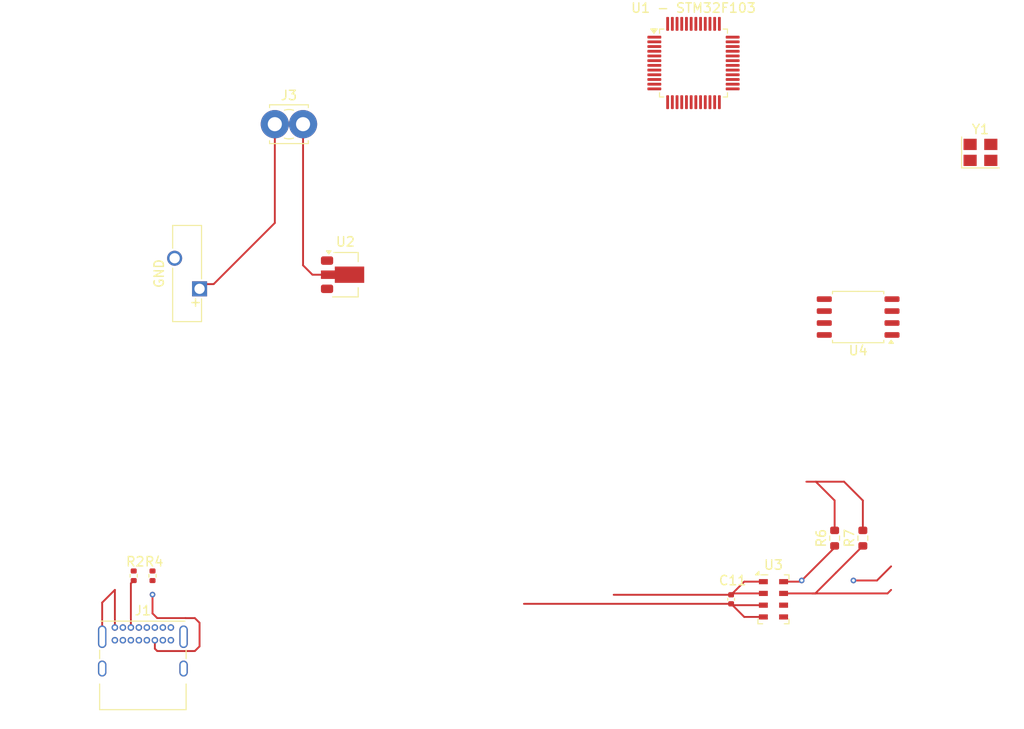
<source format=kicad_pcb>
(kicad_pcb (version 20240108) (generator "pcbnew") (generator_version "8.0")
  (layers (0 "F.Cu" signal) (31 "B.Cu" signal) (34 "B.Paste" user) (35 "F.Paste" user) (36 "B.SilkS" user "B.Silkscreen") (37 "F.SilkS" user "F.Silkscreen") (38 "B.Mask" user) (39 "F.Mask" user) (44 "Edge.Cuts" user))
  (net 0 "")
  (footprint "Package_TO_SOT_SMD:SOT-89-3" (layer "F.Cu") (at 97.5 111)
    (property "Reference" "U2" (at 0 -3.5 0) (layer "F.SilkS"))
    (property "Value" "SOT-89-3")
    (fp_line (start -1.22 -2.36) (end 1.36 -2.36) (stroke (width 0.12)) (layer "F.SilkS"))
    (fp_line (start 1.36 -1.38) (end 1.36 -2.36) (stroke (width 0.12)) (layer "F.SilkS"))
    (fp_line (start 1.36 1.38) (end 1.36 2.36) (stroke (width 0.12)) (layer "F.SilkS"))
    (fp_line (start 1.36 2.36) (end -1.36 2.36) (stroke (width 0.12)) (layer "F.SilkS"))
    (fp_poly (pts (xy -1.77 -2.21) (xy -2.01 -2.54) (xy -1.53 -2.54) (xy -1.77 -2.21)) (stroke (width 0.12)) (fill solid) (layer "F.SilkS"))
    (pad "1" smd roundrect (at -1.95 -1.5) (size 1.3 0.9) (layers "F.Cu" "F.Paste" "F.Mask"))
    (pad "2" smd custom (at -1.8625 0) (size 1.475 0.9) (layers "F.Cu" "F.Paste" "F.Mask") (options (clearance outline) (anchor rect)) (primitives (gr_poly (pts (xy 3.8625 0.8665) (xy 0.7375 0.8665) (xy 0.7375 -0.8665) (xy 3.8625 -0.8665)) (width 0) (fill yes))))
    (pad "3" smd roundrect (at -1.95 1.5) (size 1.3 0.9) (layers "F.Cu" "F.Paste" "F.Mask"))
  )
  (footprint "Battery:Battery_Panasonic_CR1025-VSK_Vertical_CircularHoles" (layer "F.Cu") (at 82 112.5 90)
    (property "Reference" "GND" (at 1.625 -4.3 90) (layer "F.SilkS"))
    (property "Value" "Battery_Panasonic_CR1025-VSK_Vertical_CircularHoles")
    (fp_line (start 4.31 -2.86) (end 6.735 -2.86) (stroke (width 0.12)) (layer "F.SilkS"))
    (fp_line (start -3.485 -2.86) (end 2.19 -2.86) (stroke (width 0.12)) (layer "F.SilkS"))
    (fp_line (start 6.735 0.21) (end 6.735 -2.86) (stroke (width 0.12)) (layer "F.SilkS"))
    (fp_line (start 1.06 0.21) (end 6.735 0.21) (stroke (width 0.12)) (layer "F.SilkS"))
    (fp_line (start -3.485 0.21) (end -3.485 -2.86) (stroke (width 0.12)) (layer "F.SilkS"))
    (fp_line (start -3.485 0.21) (end -1.06 0.21) (stroke (width 0.12)) (layer "F.SilkS"))
    (fp_text user "+" (at -1.46 -0.5 90) (layer "F.SilkS"))
    (pad "1" thru_hole rect (at 0 0 90) (size 1.6 1.6) (drill 1.09) (layers "*.Cu" "*.Mask"))
    (pad "2" thru_hole circle (at 3.25 -2.65 90) (size 1.6 1.6) (drill 1.09) (layers "*.Cu" "*.Mask"))
  )
  (footprint "Capacitor_SMD:C_0402_1005Metric" (layer "F.Cu") (at 138.5 145.5 -90)
    (property "Reference" "C11" (at -2 -0.16 180) (layer "F.SilkS"))
    (property "Value" "C_0402")
    (fp_line (start -0.107836 0.36) (end 0.107836 0.36) (stroke (width 0.12)) (layer "F.SilkS"))
    (fp_line (start -0.107836 -0.36) (end 0.107836 -0.36) (stroke (width 0.12)) (layer "F.SilkS"))
    (pad "1" smd roundrect (at -0.48 0 270) (size 0.56 0.62) (layers "F.Cu" "F.Paste" "F.Mask"))
    (pad "2" smd roundrect (at 0.48 0 270) (size 0.56 0.62) (layers "F.Cu" "F.Paste" "F.Mask"))
  )
  (footprint "Connector_USB:USB_C_Receptacle_GCT_USB4085" (layer "F.Cu") (at 73 148.5)
    (property "Reference" "J1" (at 2.975 -1.8 0) (layer "F.SilkS"))
    (property "Value" "USB_C_Receptacle_GCT_USB4085")
    (fp_line (start -1.62 2.4) (end -1.62 3.3) (stroke (width 0.12)) (layer "F.SilkS"))
    (fp_line (start -1.62 6) (end -1.62 8.73) (stroke (width 0.12)) (layer "F.SilkS"))
    (fp_line (start -1.62 8.73) (end 7.57 8.73) (stroke (width 0.12)) (layer "F.SilkS"))
    (fp_line (start -1.5 -0.68) (end 7.45 -0.68) (stroke (width 0.12)) (layer "F.SilkS"))
    (fp_line (start 7.57 2.4) (end 7.57 3.3) (stroke (width 0.12)) (layer "F.SilkS"))
    (fp_line (start 7.57 6) (end 7.57 8.73) (stroke (width 0.12)) (layer "F.SilkS"))
    (pad "A1" thru_hole circle (at 0 0) (size 0.7 0.7) (drill 0.4) (layers "*.Cu" "*.Mask"))
    (pad "A4" thru_hole circle (at 0.85 0) (size 0.7 0.7) (drill 0.4) (layers "*.Cu" "*.Mask"))
    (pad "A5" thru_hole circle (at 1.7 0) (size 0.7 0.7) (drill 0.4) (layers "*.Cu" "*.Mask"))
    (pad "A6" thru_hole circle (at 2.55 0) (size 0.7 0.7) (drill 0.4) (layers "*.Cu" "*.Mask"))
    (pad "A7" thru_hole circle (at 3.4 0) (size 0.7 0.7) (drill 0.4) (layers "*.Cu" "*.Mask"))
    (pad "A8" thru_hole circle (at 4.25 0) (size 0.7 0.7) (drill 0.4) (layers "*.Cu" "*.Mask"))
    (pad "A9" thru_hole circle (at 5.1 0) (size 0.7 0.7) (drill 0.4) (layers "*.Cu" "*.Mask"))
    (pad "A12" thru_hole circle (at 5.95 0) (size 0.7 0.7) (drill 0.4) (layers "*.Cu" "*.Mask"))
    (pad "B1" thru_hole circle (at 5.95 1.35) (size 0.7 0.7) (drill 0.4) (layers "*.Cu" "*.Mask"))
    (pad "B4" thru_hole circle (at 5.1 1.35) (size 0.7 0.7) (drill 0.4) (layers "*.Cu" "*.Mask"))
    (pad "B5" thru_hole circle (at 4.25 1.35) (size 0.7 0.7) (drill 0.4) (layers "*.Cu" "*.Mask"))
    (pad "B6" thru_hole circle (at 3.4 1.35) (size 0.7 0.7) (drill 0.4) (layers "*.Cu" "*.Mask"))
    (pad "B7" thru_hole circle (at 2.55 1.35) (size 0.7 0.7) (drill 0.4) (layers "*.Cu" "*.Mask"))
    (pad "B8" thru_hole circle (at 1.7 1.35) (size 0.7 0.7) (drill 0.4) (layers "*.Cu" "*.Mask"))
    (pad "B9" thru_hole circle (at 0.85 1.35) (size 0.7 0.7) (drill 0.4) (layers "*.Cu" "*.Mask"))
    (pad "B12" thru_hole circle (at 0 1.35) (size 0.7 0.7) (drill 0.4) (layers "*.Cu" "*.Mask"))
    (pad "S1" thru_hole oval (at -1.35 0.98) (size 0.9 2.4) (drill oval 0.6 2.1) (layers "*.Cu" "*.Mask"))
    (pad "S1" thru_hole oval (at -1.35 4.36) (size 0.9 1.7) (drill oval 0.6 1.4) (layers "*.Cu" "*.Mask"))
    (pad "S1" thru_hole oval (at 7.3 0.98) (size 0.9 2.4) (drill oval 0.6 2.1) (layers "*.Cu" "*.Mask"))
    (pad "S1" thru_hole oval (at 7.3 4.36) (size 0.9 1.7) (drill oval 0.6 1.4) (layers "*.Cu" "*.Mask"))
  )
  (footprint "Resistor_SMD:R_0603_1608Metric" (layer "F.Cu") (at 152.5 139 90)
    (property "Reference" "R7" (at 0 -1.43 90) (layer "F.SilkS"))
    (property "Value" "R_0603")
    (fp_line (start -0.237258 -0.5225) (end 0.237258 -0.5225) (stroke (width 0.12)) (layer "F.SilkS"))
    (fp_line (start -0.237258 0.5225) (end 0.237258 0.5225) (stroke (width 0.12)) (layer "F.SilkS"))
    (pad "1" smd roundrect (at -0.825 0 90) (size 0.8 0.95) (layers "F.Cu" "F.Paste" "F.Mask"))
    (pad "2" smd roundrect (at 0.825 0 90) (size 0.8 0.95) (layers "F.Cu" "F.Paste" "F.Mask"))
  )
  (footprint "Package_QFP:LQFP-48_7x7mm_P0.5mm" (layer "F.Cu") (at 134.5 88.5)
    (property "Reference" "U1 - STM32F103" (at 0 -5.85 360) (layer "F.SilkS"))
    (property "Value" "LQFP-48")
    (fp_line (start -3.61 -3.61) (end -3.61 -3.16) (stroke (width 0.12)) (layer "F.SilkS"))
    (fp_line (start -3.61 3.61) (end -3.61 3.16) (stroke (width 0.12)) (layer "F.SilkS"))
    (fp_line (start -3.16 -3.61) (end -3.61 -3.61) (stroke (width 0.12)) (layer "F.SilkS"))
    (fp_line (start -3.16 3.61) (end -3.61 3.61) (stroke (width 0.12)) (layer "F.SilkS"))
    (fp_line (start 3.16 -3.61) (end 3.61 -3.61) (stroke (width 0.12)) (layer "F.SilkS"))
    (fp_line (start 3.16 3.61) (end 3.61 3.61) (stroke (width 0.12)) (layer "F.SilkS"))
    (fp_line (start 3.61 -3.61) (end 3.61 -3.16) (stroke (width 0.12)) (layer "F.SilkS"))
    (fp_line (start 3.61 3.61) (end 3.61 3.16) (stroke (width 0.12)) (layer "F.SilkS"))
    (fp_poly (pts (xy -4.2 -3.16) (xy -4.54 -3.63) (xy -3.86 -3.63) (xy -4.2 -3.16)) (stroke (width 0.12)) (fill solid) (layer "F.SilkS"))
    (pad "1" smd roundrect (at -4.1625 -2.75) (size 1.475 0.3) (layers "F.Cu" "F.Paste" "F.Mask"))
    (pad "2" smd roundrect (at -4.1625 -2.25) (size 1.475 0.3) (layers "F.Cu" "F.Paste" "F.Mask"))
    (pad "3" smd roundrect (at -4.1625 -1.75) (size 1.475 0.3) (layers "F.Cu" "F.Paste" "F.Mask"))
    (pad "4" smd roundrect (at -4.1625 -1.25) (size 1.475 0.3) (layers "F.Cu" "F.Paste" "F.Mask"))
    (pad "5" smd roundrect (at -4.1625 -0.75) (size 1.475 0.3) (layers "F.Cu" "F.Paste" "F.Mask"))
    (pad "6" smd roundrect (at -4.1625 -0.25) (size 1.475 0.3) (layers "F.Cu" "F.Paste" "F.Mask"))
    (pad "7" smd roundrect (at -4.1625 0.25) (size 1.475 0.3) (layers "F.Cu" "F.Paste" "F.Mask"))
    (pad "8" smd roundrect (at -4.1625 0.75) (size 1.475 0.3) (layers "F.Cu" "F.Paste" "F.Mask"))
    (pad "9" smd roundrect (at -4.1625 1.25) (size 1.475 0.3) (layers "F.Cu" "F.Paste" "F.Mask"))
    (pad "10" smd roundrect (at -4.1625 1.75) (size 1.475 0.3) (layers "F.Cu" "F.Paste" "F.Mask"))
    (pad "11" smd roundrect (at -4.1625 2.25) (size 1.475 0.3) (layers "F.Cu" "F.Paste" "F.Mask"))
    (pad "12" smd roundrect (at -4.1625 2.75) (size 1.475 0.3) (layers "F.Cu" "F.Paste" "F.Mask"))
    (pad "13" smd roundrect (at -2.75 4.1625) (size 0.3 1.475) (layers "F.Cu" "F.Paste" "F.Mask"))
    (pad "14" smd roundrect (at -2.25 4.1625) (size 0.3 1.475) (layers "F.Cu" "F.Paste" "F.Mask"))
    (pad "15" smd roundrect (at -1.75 4.1625) (size 0.3 1.475) (layers "F.Cu" "F.Paste" "F.Mask"))
    (pad "16" smd roundrect (at -1.25 4.1625) (size 0.3 1.475) (layers "F.Cu" "F.Paste" "F.Mask"))
    (pad "17" smd roundrect (at -0.75 4.1625) (size 0.3 1.475) (layers "F.Cu" "F.Paste" "F.Mask"))
    (pad "18" smd roundrect (at -0.25 4.1625) (size 0.3 1.475) (layers "F.Cu" "F.Paste" "F.Mask"))
    (pad "19" smd roundrect (at 0.25 4.1625) (size 0.3 1.475) (layers "F.Cu" "F.Paste" "F.Mask"))
    (pad "20" smd roundrect (at 0.75 4.1625) (size 0.3 1.475) (layers "F.Cu" "F.Paste" "F.Mask"))
    (pad "21" smd roundrect (at 1.25 4.1625) (size 0.3 1.475) (layers "F.Cu" "F.Paste" "F.Mask"))
    (pad "22" smd roundrect (at 1.75 4.1625) (size 0.3 1.475) (layers "F.Cu" "F.Paste" "F.Mask"))
    (pad "23" smd roundrect (at 2.25 4.1625) (size 0.3 1.475) (layers "F.Cu" "F.Paste" "F.Mask"))
    (pad "24" smd roundrect (at 2.75 4.1625) (size 0.3 1.475) (layers "F.Cu" "F.Paste" "F.Mask"))
    (pad "25" smd roundrect (at 4.1625 2.75) (size 1.475 0.3) (layers "F.Cu" "F.Paste" "F.Mask"))
    (pad "26" smd roundrect (at 4.1625 2.25) (size 1.475 0.3) (layers "F.Cu" "F.Paste" "F.Mask"))
    (pad "27" smd roundrect (at 4.1625 1.75) (size 1.475 0.3) (layers "F.Cu" "F.Paste" "F.Mask"))
    (pad "28" smd roundrect (at 4.1625 1.25) (size 1.475 0.3) (layers "F.Cu" "F.Paste" "F.Mask"))
    (pad "29" smd roundrect (at 4.1625 0.75) (size 1.475 0.3) (layers "F.Cu" "F.Paste" "F.Mask"))
    (pad "30" smd roundrect (at 4.1625 0.25) (size 1.475 0.3) (layers "F.Cu" "F.Paste" "F.Mask"))
    (pad "31" smd roundrect (at 4.1625 -0.25) (size 1.475 0.3) (layers "F.Cu" "F.Paste" "F.Mask"))
    (pad "32" smd roundrect (at 4.1625 -0.75) (size 1.475 0.3) (layers "F.Cu" "F.Paste" "F.Mask"))
    (pad "33" smd roundrect (at 4.1625 -1.25) (size 1.475 0.3) (layers "F.Cu" "F.Paste" "F.Mask"))
    (pad "34" smd roundrect (at 4.1625 -1.75) (size 1.475 0.3) (layers "F.Cu" "F.Paste" "F.Mask"))
    (pad "35" smd roundrect (at 4.1625 -2.25) (size 1.475 0.3) (layers "F.Cu" "F.Paste" "F.Mask"))
    (pad "36" smd roundrect (at 4.1625 -2.75) (size 1.475 0.3) (layers "F.Cu" "F.Paste" "F.Mask"))
    (pad "37" smd roundrect (at 2.75 -4.1625) (size 0.3 1.475) (layers "F.Cu" "F.Paste" "F.Mask"))
    (pad "38" smd roundrect (at 2.25 -4.1625) (size 0.3 1.475) (layers "F.Cu" "F.Paste" "F.Mask"))
    (pad "39" smd roundrect (at 1.75 -4.1625) (size 0.3 1.475) (layers "F.Cu" "F.Paste" "F.Mask"))
    (pad "40" smd roundrect (at 1.25 -4.1625) (size 0.3 1.475) (layers "F.Cu" "F.Paste" "F.Mask"))
    (pad "41" smd roundrect (at 0.75 -4.1625) (size 0.3 1.475) (layers "F.Cu" "F.Paste" "F.Mask"))
    (pad "42" smd roundrect (at 0.25 -4.1625) (size 0.3 1.475) (layers "F.Cu" "F.Paste" "F.Mask"))
    (pad "43" smd roundrect (at -0.25 -4.1625) (size 0.3 1.475) (layers "F.Cu" "F.Paste" "F.Mask"))
    (pad "44" smd roundrect (at -0.75 -4.1625) (size 0.3 1.475) (layers "F.Cu" "F.Paste" "F.Mask"))
    (pad "45" smd roundrect (at -1.25 -4.1625) (size 0.3 1.475) (layers "F.Cu" "F.Paste" "F.Mask"))
    (pad "46" smd roundrect (at -1.75 -4.1625) (size 0.3 1.475) (layers "F.Cu" "F.Paste" "F.Mask"))
    (pad "47" smd roundrect (at -2.25 -4.1625) (size 0.3 1.475) (layers "F.Cu" "F.Paste" "F.Mask"))
    (pad "48" smd roundrect (at -2.75 -4.1625) (size 0.3 1.475) (layers "F.Cu" "F.Paste" "F.Mask"))
  )
  (footprint "Resistor_SMD:R_0603_1608Metric" (layer "F.Cu") (at 149.5 139 90)
    (property "Reference" "R6" (at 0 -1.43 90) (layer "F.SilkS"))
    (property "Value" "R_0603")
    (fp_line (start -0.237258 -0.5225) (end 0.237258 -0.5225) (stroke (width 0.12)) (layer "F.SilkS"))
    (fp_line (start -0.237258 0.5225) (end 0.237258 0.5225) (stroke (width 0.12)) (layer "F.SilkS"))
    (pad "1" smd roundrect (at -0.825 0 90) (size 0.8 0.95) (layers "F.Cu" "F.Paste" "F.Mask"))
    (pad "2" smd roundrect (at 0.825 0 90) (size 0.8 0.95) (layers "F.Cu" "F.Paste" "F.Mask"))
  )
  (footprint "TerminalBlock_MetzConnect:TerminalBlock_MetzConnect_360272_1x01_Horizontal_ScrewM2.6" (layer "F.Cu") (at 90 95)
    (property "Reference" "J3" (at 1.5 -3.06 0) (layer "F.SilkS"))
    (property "Value" "TerminalBlock_MetzConnect_360272_1x01_Horizontal_ScrewM2.6" (hide yes))
    (fp_line (start -0.56 -2.06) (end -0.56 -1.755) (stroke (width 0.12)) (layer "F.SilkS"))
    (fp_line (start -0.56 -2.06) (end 3.56 -2.06) (stroke (width 0.12)) (layer "F.SilkS"))
    (fp_line (start -0.56 1.755) (end -0.56 2.06) (stroke (width 0.12)) (layer "F.SilkS"))
    (fp_line (start -0.56 2.06) (end 3.56 2.06) (stroke (width 0.12)) (layer "F.SilkS"))
    (fp_line (start 3.56 -2.06) (end 3.56 -1.755) (stroke (width 0.12)) (layer "F.SilkS"))
    (fp_line (start 3.56 1.755) (end 3.56 2.06) (stroke (width 0.12)) (layer "F.SilkS"))
    (fp_arc (start 1.018482 -1.484481) (mid 1.500779 -1.560623) (end 1.983 -1.484) (stroke (width 0.12)) (layer "F.SilkS"))
    (fp_arc (start 1.526458 1.560399) (mid 1.268555 1.543366) (end 1.017 1.484) (stroke (width 0.12)) (layer "F.SilkS"))
    (fp_arc (start 1.982067 1.483648) (mid 1.744038 1.540794) (end 1.5 1.56) (stroke (width 0.12)) (layer "F.SilkS"))
    (pad "1" thru_hole circle (at 0 0) (size 3 3) (drill 1.5) (layers "*.Cu" "*.Mask"))
    (pad "1" thru_hole circle (at 3 0) (size 3 3) (drill 1.5) (layers "*.Cu" "*.Mask"))
  )
  (footprint "Resistor_SMD:R_0402_1005Metric" (layer "F.Cu") (at 77 143 -90)
    (property "Reference" "R4" (at -1.5 -0.17 180) (layer "F.SilkS"))
    (property "Value" "R_0402")
    (fp_line (start -0.153641 0.38) (end 0.153641 0.38) (stroke (width 0.12)) (layer "F.SilkS"))
    (fp_line (start -0.153641 -0.38) (end 0.153641 -0.38) (stroke (width 0.12)) (layer "F.SilkS"))
    (pad "1" smd roundrect (at -0.51 0 270) (size 0.54 0.64) (layers "F.Cu" "F.Paste" "F.Mask"))
    (pad "2" smd roundrect (at 0.51 0 270) (size 0.54 0.64) (layers "F.Cu" "F.Paste" "F.Mask"))
  )
  (footprint "Package_LGA:LGA-8_3x5mm_P1.25mm" (layer "F.Cu") (at 143 145.5)
    (property "Reference" "U3" (at 0 -3.65 0) (layer "F.SilkS"))
    (property "Value" "LGA-8")
    (fp_line (start -1.65 2.6) (end -1.65 2.1) (stroke (width 0.12)) (layer "F.SilkS"))
    (fp_line (start -1.35 -2.6) (end -0.6 -2.6) (stroke (width 0.12)) (layer "F.SilkS"))
    (fp_line (start -1.15 2.6) (end -1.65 2.6) (stroke (width 0.12)) (layer "F.SilkS"))
    (fp_line (start 1.15 -2.6) (end 1.65 -2.6) (stroke (width 0.12)) (layer "F.SilkS"))
    (fp_line (start 1.65 -2.6) (end 1.65 -2.1) (stroke (width 0.12)) (layer "F.SilkS"))
    (fp_line (start 1.65 2.1) (end 1.65 2.6) (stroke (width 0.12)) (layer "F.SilkS"))
    (fp_line (start 1.65 2.6) (end 1.15 2.6) (stroke (width 0.12)) (layer "F.SilkS"))
    (fp_poly (pts (xy -1.55 -2.6) (xy -1.91 -2.6) (xy -1.55 -2.96) (xy -1.55 -2.6)) (stroke (width 0.12)) (fill solid) (layer "F.SilkS"))
    (pad "1" smd rect (at -1.075 -1.875) (size 0.95 0.55) (layers "F.Cu" "F.Paste" "F.Mask"))
    (pad "2" smd rect (at -1.075 -0.625) (size 0.95 0.55) (layers "F.Cu" "F.Paste" "F.Mask"))
    (pad "3" smd rect (at -1.075 0.625) (size 0.95 0.55) (layers "F.Cu" "F.Paste" "F.Mask"))
    (pad "4" smd rect (at -1.075 1.875) (size 0.95 0.55) (layers "F.Cu" "F.Paste" "F.Mask"))
    (pad "5" smd rect (at 1.075 1.875) (size 0.95 0.55) (layers "F.Cu" "F.Paste" "F.Mask"))
    (pad "6" smd rect (at 1.075 0.625) (size 0.95 0.55) (layers "F.Cu" "F.Paste" "F.Mask"))
    (pad "7" smd rect (at 1.075 -0.625) (size 0.95 0.55) (layers "F.Cu" "F.Paste" "F.Mask"))
    (pad "8" smd rect (at 1.075 -1.875) (size 0.95 0.55) (layers "F.Cu" "F.Paste" "F.Mask"))
  )
  (footprint "Package_SO:SOIC-8_5.23x5.23mm_P1.27mm" (layer "F.Cu") (at 152 115.5 180)
    (property "Reference" "U4" (at 0 -3.56 0) (layer "F.SilkS"))
    (property "Value" "SOIC-8")
    (fp_line (start 2.725 2.725) (end 2.725 2.465) (stroke (width 0.12)) (layer "F.SilkS"))
    (fp_line (start 2.725 -2.725) (end 2.725 -2.465) (stroke (width 0.12)) (layer "F.SilkS"))
    (fp_line (start 0 2.725) (end 2.725 2.725) (stroke (width 0.12)) (layer "F.SilkS"))
    (fp_line (start 0 2.725) (end -2.725 2.725) (stroke (width 0.12)) (layer "F.SilkS"))
    (fp_line (start 0 -2.725) (end 2.725 -2.725) (stroke (width 0.12)) (layer "F.SilkS"))
    (fp_line (start 0 -2.725) (end -2.725 -2.725) (stroke (width 0.12)) (layer "F.SilkS"))
    (fp_line (start -2.725 2.725) (end -2.725 2.465) (stroke (width 0.12)) (layer "F.SilkS"))
    (fp_line (start -2.725 -2.725) (end -2.725 -2.465) (stroke (width 0.12)) (layer "F.SilkS"))
    (fp_poly (pts (xy -3.5075 -2.465) (xy -3.7475 -2.795) (xy -3.2675 -2.795) (xy -3.5075 -2.465)) (stroke (width 0.12)) (fill solid) (layer "F.SilkS"))
    (pad "1" smd roundrect (at -3.6 -1.905 180) (size 1.6 0.6) (layers "F.Cu" "F.Paste" "F.Mask"))
    (pad "2" smd roundrect (at -3.6 -0.635 180) (size 1.6 0.6) (layers "F.Cu" "F.Paste" "F.Mask"))
    (pad "3" smd roundrect (at -3.6 0.635 180) (size 1.6 0.6) (layers "F.Cu" "F.Paste" "F.Mask"))
    (pad "4" smd roundrect (at -3.6 1.905 180) (size 1.6 0.6) (layers "F.Cu" "F.Paste" "F.Mask"))
    (pad "5" smd roundrect (at 3.6 1.905 180) (size 1.6 0.6) (layers "F.Cu" "F.Paste" "F.Mask"))
    (pad "6" smd roundrect (at 3.6 0.635 180) (size 1.6 0.6) (layers "F.Cu" "F.Paste" "F.Mask"))
    (pad "7" smd roundrect (at 3.6 -0.635 180) (size 1.6 0.6) (layers "F.Cu" "F.Paste" "F.Mask"))
    (pad "8" smd roundrect (at 3.6 -1.905 180) (size 1.6 0.6) (layers "F.Cu" "F.Paste" "F.Mask"))
  )
  (footprint "Resistor_SMD:R_0402_1005Metric" (layer "F.Cu") (at 75 143 -90)
    (property "Reference" "R2" (at -1.5 -0.17 180) (layer "F.SilkS"))
    (property "Value" "R_0402")
    (fp_line (start -0.153641 0.38) (end 0.153641 0.38) (stroke (width 0.12)) (layer "F.SilkS"))
    (fp_line (start -0.153641 -0.38) (end 0.153641 -0.38) (stroke (width 0.12)) (layer "F.SilkS"))
    (pad "1" smd roundrect (at -0.51 0 270) (size 0.54 0.64) (layers "F.Cu" "F.Paste" "F.Mask"))
    (pad "2" smd roundrect (at 0.51 0 270) (size 0.54 0.64) (layers "F.Cu" "F.Paste" "F.Mask"))
  )
  (footprint "Crystal:Crystal_SMD_3225-4Pin_3.2x2.5mm" (layer "F.Cu") (at 165 98)
    (property "Reference" "Y1" (at 0 -2.45 0) (layer "F.SilkS"))
    (property "Value" "Crystal_SMD")
    (fp_line (start -2 -1.65) (end -2 1.65) (stroke (width 0.12)) (layer "F.SilkS"))
    (fp_line (start -2 1.65) (end 2 1.65) (stroke (width 0.12)) (layer "F.SilkS"))
    (pad "1" smd rect (at -1.1 0.85) (size 1.4 1.2) (layers "F.Cu" "F.Paste" "F.Mask"))
    (pad "2" smd rect (at 1.1 0.85) (size 1.4 1.2) (layers "F.Cu" "F.Paste" "F.Mask"))
    (pad "3" smd rect (at 1.1 -0.85) (size 1.4 1.2) (layers "F.Cu" "F.Paste" "F.Mask"))
    (pad "4" smd rect (at -1.1 -0.85) (size 1.4 1.2) (layers "F.Cu" "F.Paste" "F.Mask"))
  )
  (segment (start 138.5 145.02) (end 126.02 145.02) (width 0.2) (layer "F.Cu") (net 0))
  (segment (start 93 95) (end 93 110) (width 0.2) (layer "F.Cu") (net 0))
  (segment (start 141.925 146.125) (end 138.645 146.125) (width 0.2) (layer "F.Cu") (net 0))
  (segment (start 149.5 140) (end 149.5 139.825) (width 0.2) (layer "F.Cu") (net 0))
  (segment (start 73 144.5) (end 71.65 145.85) (width 0.2) (layer "F.Cu") (net 0))
  (segment (start 116.48 145.98) (end 138.5 145.98) (width 0.2) (layer "F.Cu") (net 0))
  (segment (start 74.7 148.5) (end 74.7 143.81) (width 0.2) (layer "F.Cu") (net 0))
  (segment (start 138.645 146.125) (end 139.895 147.375) (width 0.2) (layer "F.Cu") (net 0))
  (segment (start 145.875 143.625) (end 146 143.5) (width 0.2) (layer "F.Cu") (net 0))
  (segment (start 82 148) (end 81.5 147.5) (width 0.2) (layer "F.Cu") (net 0))
  (segment (start 155.125 144.875) (end 155.5 144.5) (width 0.2) (layer "F.Cu") (net 0))
  (segment (start 77 147) (end 77 145) (width 0.2) (layer "F.Cu") (net 0))
  (segment (start 73 148.5) (end 73 144.5) (width 0.2) (layer "F.Cu") (net 0))
  (segment (start 82 150.5) (end 82 148) (width 0.2) (layer "F.Cu") (net 0))
  (segment (start 141.925 143.625) (end 139.895 143.625) (width 0.2) (layer "F.Cu") (net 0))
  (segment (start 77.5 147.5) (end 77 147) (width 0.2) (layer "F.Cu") (net 0))
  (segment (start 144.075 144.875) (end 147.45 144.875) (width 0.2) (layer "F.Cu") (net 0))
  (segment (start 93 110) (end 94 111) (width 0.2) (layer "F.Cu") (net 0))
  (segment (start 146 143.5) (end 149.5 140) (width 0.2) (layer "F.Cu") (net 0))
  (segment (start 151.5 143.5) (end 154 143.5) (width 0.2) (layer "F.Cu") (net 0))
  (segment (start 139.895 147.375) (end 141.925 147.375) (width 0.2) (layer "F.Cu") (net 0))
  (segment (start 139.895 143.625) (end 138.645 144.875) (width 0.2) (layer "F.Cu") (net 0))
  (segment (start 81.5 151) (end 82 150.5) (width 0.2) (layer "F.Cu") (net 0))
  (segment (start 147.125 144.875) (end 155.125 144.875) (width 0.2) (layer "F.Cu") (net 0))
  (segment (start 147.45 144.875) (end 147.125 144.875) (width 0.2) (layer "F.Cu") (net 0))
  (segment (start 154 143.5) (end 155.5 142) (width 0.2) (layer "F.Cu") (net 0))
  (segment (start 152.5 138.175) (end 152.5 135) (width 0.2) (layer "F.Cu") (net 0))
  (segment (start 83.5 112) (end 90 105.5) (width 0.2) (layer "F.Cu") (net 0))
  (segment (start 77.25 149.85) (end 77.25 150.75) (width 0.2) (layer "F.Cu") (net 0))
  (segment (start 147.5 133) (end 149.5 135) (width 0.2) (layer "F.Cu") (net 0))
  (segment (start 138.645 144.875) (end 141.925 144.875) (width 0.2) (layer "F.Cu") (net 0))
  (segment (start 94 111) (end 95.6375 111) (width 0.2) (layer "F.Cu") (net 0))
  (segment (start 150.5 133) (end 146.5 133) (width 0.2) (layer "F.Cu") (net 0))
  (segment (start 147.45 144.875) (end 149.6625 142.6625) (width 0.2) (layer "F.Cu") (net 0))
  (segment (start 71.65 145.85) (end 71.65 149.48) (width 0.2) (layer "F.Cu") (net 0))
  (segment (start 82 112) (end 83.5 112) (width 0.2) (layer "F.Cu") (net 0))
  (segment (start 152.5 135) (end 150.5 133) (width 0.2) (layer "F.Cu") (net 0))
  (segment (start 74.7 143.81) (end 75 143.51) (width 0.2) (layer "F.Cu") (net 0))
  (segment (start 80.5 147.5) (end 77.5 147.5) (width 0.2) (layer "F.Cu") (net 0))
  (segment (start 149.5 135) (end 149.5 138.175) (width 0.2) (layer "F.Cu") (net 0))
  (segment (start 144.075 143.625) (end 145.875 143.625) (width 0.2) (layer "F.Cu") (net 0))
  (segment (start 149.6625 142.6625) (end 152.5 139.825) (width 0.2) (layer "F.Cu") (net 0))
  (segment (start 81.5 147.5) (end 80.5 147.5) (width 0.2) (layer "F.Cu") (net 0))
  (segment (start 77.25 150.75) (end 77.5 151) (width 0.2) (layer "F.Cu") (net 0))
  (segment (start 77.5 151) (end 81.5 151) (width 0.2) (layer "F.Cu") (net 0))
  (segment (start 90 105.5) (end 90 95) (width 0.2) (layer "F.Cu") (net 0))
  (via (at 146 143.5) (size 0.6) (drill 0.3) (layers "F.Cu" "B.Cu") (net 0))
  (via (at 151.5 143.5) (size 0.6) (drill 0.3) (layers "F.Cu" "B.Cu") (net 0))
  (via (at 77 145) (size 0.6) (drill 0.3) (layers "F.Cu" "B.Cu") (net 0))
)
</source>
